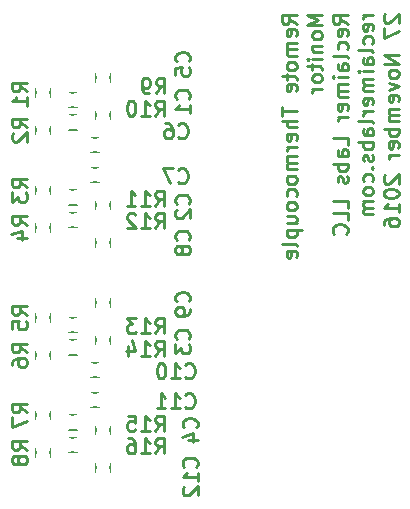
<source format=gbo>
G04 #@! TF.FileFunction,Legend,Bot*
%FSLAX46Y46*%
G04 Gerber Fmt 4.6, Leading zero omitted, Abs format (unit mm)*
G04 Created by KiCad (PCBNEW 4.0.4-stable) date Sunday, November 27, 2016 'PMt' 03:20:47 PM*
%MOMM*%
%LPD*%
G01*
G04 APERTURE LIST*
%ADD10C,0.100000*%
%ADD11C,0.254000*%
%ADD12C,0.150000*%
%ADD13O,2.400000X1.600000*%
%ADD14R,1.150000X1.200000*%
%ADD15R,1.200000X1.150000*%
%ADD16R,2.650000X2.650000*%
%ADD17C,2.650000*%
%ADD18C,7.400000*%
%ADD19C,1.000000*%
%ADD20C,2.300000*%
%ADD21R,2.300000X2.300000*%
G04 APERTURE END LIST*
D10*
D11*
X29276524Y47866905D02*
X28671762Y48290238D01*
X29276524Y48592619D02*
X28006524Y48592619D01*
X28006524Y48108810D01*
X28067000Y47987857D01*
X28127476Y47927381D01*
X28248429Y47866905D01*
X28429857Y47866905D01*
X28550810Y47927381D01*
X28611286Y47987857D01*
X28671762Y48108810D01*
X28671762Y48592619D01*
X29216048Y46838810D02*
X29276524Y46959762D01*
X29276524Y47201667D01*
X29216048Y47322619D01*
X29095095Y47383095D01*
X28611286Y47383095D01*
X28490333Y47322619D01*
X28429857Y47201667D01*
X28429857Y46959762D01*
X28490333Y46838810D01*
X28611286Y46778333D01*
X28732238Y46778333D01*
X28853190Y47383095D01*
X29276524Y46234048D02*
X28429857Y46234048D01*
X28550810Y46234048D02*
X28490333Y46173572D01*
X28429857Y46052619D01*
X28429857Y45871191D01*
X28490333Y45750239D01*
X28611286Y45689762D01*
X29276524Y45689762D01*
X28611286Y45689762D02*
X28490333Y45629286D01*
X28429857Y45508334D01*
X28429857Y45326905D01*
X28490333Y45205953D01*
X28611286Y45145477D01*
X29276524Y45145477D01*
X29276524Y44359286D02*
X29216048Y44480239D01*
X29155571Y44540715D01*
X29034619Y44601191D01*
X28671762Y44601191D01*
X28550810Y44540715D01*
X28490333Y44480239D01*
X28429857Y44359286D01*
X28429857Y44177858D01*
X28490333Y44056906D01*
X28550810Y43996429D01*
X28671762Y43935953D01*
X29034619Y43935953D01*
X29155571Y43996429D01*
X29216048Y44056906D01*
X29276524Y44177858D01*
X29276524Y44359286D01*
X28429857Y43573096D02*
X28429857Y43089286D01*
X28006524Y43391667D02*
X29095095Y43391667D01*
X29216048Y43331191D01*
X29276524Y43210238D01*
X29276524Y43089286D01*
X29216048Y42182144D02*
X29276524Y42303096D01*
X29276524Y42545001D01*
X29216048Y42665953D01*
X29095095Y42726429D01*
X28611286Y42726429D01*
X28490333Y42665953D01*
X28429857Y42545001D01*
X28429857Y42303096D01*
X28490333Y42182144D01*
X28611286Y42121667D01*
X28732238Y42121667D01*
X28853190Y42726429D01*
X28006524Y40791192D02*
X28006524Y40065477D01*
X29276524Y40428334D02*
X28006524Y40428334D01*
X29276524Y39642144D02*
X28006524Y39642144D01*
X29276524Y39097858D02*
X28611286Y39097858D01*
X28490333Y39158335D01*
X28429857Y39279287D01*
X28429857Y39460715D01*
X28490333Y39581668D01*
X28550810Y39642144D01*
X29216048Y38009287D02*
X29276524Y38130239D01*
X29276524Y38372144D01*
X29216048Y38493096D01*
X29095095Y38553572D01*
X28611286Y38553572D01*
X28490333Y38493096D01*
X28429857Y38372144D01*
X28429857Y38130239D01*
X28490333Y38009287D01*
X28611286Y37948810D01*
X28732238Y37948810D01*
X28853190Y38553572D01*
X29276524Y37404525D02*
X28429857Y37404525D01*
X28671762Y37404525D02*
X28550810Y37344049D01*
X28490333Y37283573D01*
X28429857Y37162620D01*
X28429857Y37041668D01*
X29276524Y36618335D02*
X28429857Y36618335D01*
X28550810Y36618335D02*
X28490333Y36557859D01*
X28429857Y36436906D01*
X28429857Y36255478D01*
X28490333Y36134526D01*
X28611286Y36074049D01*
X29276524Y36074049D01*
X28611286Y36074049D02*
X28490333Y36013573D01*
X28429857Y35892621D01*
X28429857Y35711192D01*
X28490333Y35590240D01*
X28611286Y35529764D01*
X29276524Y35529764D01*
X29276524Y34743573D02*
X29216048Y34864526D01*
X29155571Y34925002D01*
X29034619Y34985478D01*
X28671762Y34985478D01*
X28550810Y34925002D01*
X28490333Y34864526D01*
X28429857Y34743573D01*
X28429857Y34562145D01*
X28490333Y34441193D01*
X28550810Y34380716D01*
X28671762Y34320240D01*
X29034619Y34320240D01*
X29155571Y34380716D01*
X29216048Y34441193D01*
X29276524Y34562145D01*
X29276524Y34743573D01*
X29216048Y33231668D02*
X29276524Y33352621D01*
X29276524Y33594525D01*
X29216048Y33715478D01*
X29155571Y33775954D01*
X29034619Y33836430D01*
X28671762Y33836430D01*
X28550810Y33775954D01*
X28490333Y33715478D01*
X28429857Y33594525D01*
X28429857Y33352621D01*
X28490333Y33231668D01*
X29276524Y32505954D02*
X29216048Y32626907D01*
X29155571Y32687383D01*
X29034619Y32747859D01*
X28671762Y32747859D01*
X28550810Y32687383D01*
X28490333Y32626907D01*
X28429857Y32505954D01*
X28429857Y32324526D01*
X28490333Y32203574D01*
X28550810Y32143097D01*
X28671762Y32082621D01*
X29034619Y32082621D01*
X29155571Y32143097D01*
X29216048Y32203574D01*
X29276524Y32324526D01*
X29276524Y32505954D01*
X28429857Y30994049D02*
X29276524Y30994049D01*
X28429857Y31538335D02*
X29095095Y31538335D01*
X29216048Y31477859D01*
X29276524Y31356906D01*
X29276524Y31175478D01*
X29216048Y31054526D01*
X29155571Y30994049D01*
X28429857Y30389287D02*
X29699857Y30389287D01*
X28490333Y30389287D02*
X28429857Y30268335D01*
X28429857Y30026430D01*
X28490333Y29905478D01*
X28550810Y29845001D01*
X28671762Y29784525D01*
X29034619Y29784525D01*
X29155571Y29845001D01*
X29216048Y29905478D01*
X29276524Y30026430D01*
X29276524Y30268335D01*
X29216048Y30389287D01*
X29276524Y29058810D02*
X29216048Y29179763D01*
X29095095Y29240239D01*
X28006524Y29240239D01*
X29216048Y28091192D02*
X29276524Y28212144D01*
X29276524Y28454049D01*
X29216048Y28575001D01*
X29095095Y28635477D01*
X28611286Y28635477D01*
X28490333Y28575001D01*
X28429857Y28454049D01*
X28429857Y28212144D01*
X28490333Y28091192D01*
X28611286Y28030715D01*
X28732238Y28030715D01*
X28853190Y28635477D01*
X31435524Y48592619D02*
X30165524Y48592619D01*
X31072667Y48169286D01*
X30165524Y47745952D01*
X31435524Y47745952D01*
X31435524Y46959761D02*
X31375048Y47080714D01*
X31314571Y47141190D01*
X31193619Y47201666D01*
X30830762Y47201666D01*
X30709810Y47141190D01*
X30649333Y47080714D01*
X30588857Y46959761D01*
X30588857Y46778333D01*
X30649333Y46657381D01*
X30709810Y46596904D01*
X30830762Y46536428D01*
X31193619Y46536428D01*
X31314571Y46596904D01*
X31375048Y46657381D01*
X31435524Y46778333D01*
X31435524Y46959761D01*
X30588857Y45992142D02*
X31435524Y45992142D01*
X30709810Y45992142D02*
X30649333Y45931666D01*
X30588857Y45810713D01*
X30588857Y45629285D01*
X30649333Y45508333D01*
X30770286Y45447856D01*
X31435524Y45447856D01*
X31435524Y44843094D02*
X30588857Y44843094D01*
X30165524Y44843094D02*
X30226000Y44903570D01*
X30286476Y44843094D01*
X30226000Y44782618D01*
X30165524Y44843094D01*
X30286476Y44843094D01*
X30588857Y44419761D02*
X30588857Y43935951D01*
X30165524Y44238332D02*
X31254095Y44238332D01*
X31375048Y44177856D01*
X31435524Y44056903D01*
X31435524Y43935951D01*
X31435524Y43331189D02*
X31375048Y43452142D01*
X31314571Y43512618D01*
X31193619Y43573094D01*
X30830762Y43573094D01*
X30709810Y43512618D01*
X30649333Y43452142D01*
X30588857Y43331189D01*
X30588857Y43149761D01*
X30649333Y43028809D01*
X30709810Y42968332D01*
X30830762Y42907856D01*
X31193619Y42907856D01*
X31314571Y42968332D01*
X31375048Y43028809D01*
X31435524Y43149761D01*
X31435524Y43331189D01*
X31435524Y42363570D02*
X30588857Y42363570D01*
X30830762Y42363570D02*
X30709810Y42303094D01*
X30649333Y42242618D01*
X30588857Y42121665D01*
X30588857Y42000713D01*
X33594524Y47866905D02*
X32989762Y48290238D01*
X33594524Y48592619D02*
X32324524Y48592619D01*
X32324524Y48108810D01*
X32385000Y47987857D01*
X32445476Y47927381D01*
X32566429Y47866905D01*
X32747857Y47866905D01*
X32868810Y47927381D01*
X32929286Y47987857D01*
X32989762Y48108810D01*
X32989762Y48592619D01*
X33534048Y46838810D02*
X33594524Y46959762D01*
X33594524Y47201667D01*
X33534048Y47322619D01*
X33413095Y47383095D01*
X32929286Y47383095D01*
X32808333Y47322619D01*
X32747857Y47201667D01*
X32747857Y46959762D01*
X32808333Y46838810D01*
X32929286Y46778333D01*
X33050238Y46778333D01*
X33171190Y47383095D01*
X33534048Y45689762D02*
X33594524Y45810715D01*
X33594524Y46052619D01*
X33534048Y46173572D01*
X33473571Y46234048D01*
X33352619Y46294524D01*
X32989762Y46294524D01*
X32868810Y46234048D01*
X32808333Y46173572D01*
X32747857Y46052619D01*
X32747857Y45810715D01*
X32808333Y45689762D01*
X33594524Y44964048D02*
X33534048Y45085001D01*
X33413095Y45145477D01*
X32324524Y45145477D01*
X33594524Y43935953D02*
X32929286Y43935953D01*
X32808333Y43996430D01*
X32747857Y44117382D01*
X32747857Y44359287D01*
X32808333Y44480239D01*
X33534048Y43935953D02*
X33594524Y44056906D01*
X33594524Y44359287D01*
X33534048Y44480239D01*
X33413095Y44540715D01*
X33292143Y44540715D01*
X33171190Y44480239D01*
X33110714Y44359287D01*
X33110714Y44056906D01*
X33050238Y43935953D01*
X33594524Y43331191D02*
X32747857Y43331191D01*
X32324524Y43331191D02*
X32385000Y43391667D01*
X32445476Y43331191D01*
X32385000Y43270715D01*
X32324524Y43331191D01*
X32445476Y43331191D01*
X33594524Y42726429D02*
X32747857Y42726429D01*
X32868810Y42726429D02*
X32808333Y42665953D01*
X32747857Y42545000D01*
X32747857Y42363572D01*
X32808333Y42242620D01*
X32929286Y42182143D01*
X33594524Y42182143D01*
X32929286Y42182143D02*
X32808333Y42121667D01*
X32747857Y42000715D01*
X32747857Y41819286D01*
X32808333Y41698334D01*
X32929286Y41637858D01*
X33594524Y41637858D01*
X33534048Y40549287D02*
X33594524Y40670239D01*
X33594524Y40912144D01*
X33534048Y41033096D01*
X33413095Y41093572D01*
X32929286Y41093572D01*
X32808333Y41033096D01*
X32747857Y40912144D01*
X32747857Y40670239D01*
X32808333Y40549287D01*
X32929286Y40488810D01*
X33050238Y40488810D01*
X33171190Y41093572D01*
X33594524Y39944525D02*
X32747857Y39944525D01*
X32989762Y39944525D02*
X32868810Y39884049D01*
X32808333Y39823573D01*
X32747857Y39702620D01*
X32747857Y39581668D01*
X33594524Y37585954D02*
X33594524Y38190716D01*
X32324524Y38190716D01*
X33594524Y36618335D02*
X32929286Y36618335D01*
X32808333Y36678812D01*
X32747857Y36799764D01*
X32747857Y37041669D01*
X32808333Y37162621D01*
X33534048Y36618335D02*
X33594524Y36739288D01*
X33594524Y37041669D01*
X33534048Y37162621D01*
X33413095Y37223097D01*
X33292143Y37223097D01*
X33171190Y37162621D01*
X33110714Y37041669D01*
X33110714Y36739288D01*
X33050238Y36618335D01*
X33594524Y36013573D02*
X32324524Y36013573D01*
X32808333Y36013573D02*
X32747857Y35892621D01*
X32747857Y35650716D01*
X32808333Y35529764D01*
X32868810Y35469287D01*
X32989762Y35408811D01*
X33352619Y35408811D01*
X33473571Y35469287D01*
X33534048Y35529764D01*
X33594524Y35650716D01*
X33594524Y35892621D01*
X33534048Y36013573D01*
X33534048Y34925001D02*
X33594524Y34804049D01*
X33594524Y34562144D01*
X33534048Y34441192D01*
X33413095Y34380716D01*
X33352619Y34380716D01*
X33231667Y34441192D01*
X33171190Y34562144D01*
X33171190Y34743573D01*
X33110714Y34864525D01*
X32989762Y34925001D01*
X32929286Y34925001D01*
X32808333Y34864525D01*
X32747857Y34743573D01*
X32747857Y34562144D01*
X32808333Y34441192D01*
X33594524Y32264049D02*
X33594524Y32868811D01*
X32324524Y32868811D01*
X33594524Y31235954D02*
X33594524Y31840716D01*
X32324524Y31840716D01*
X33473571Y30086907D02*
X33534048Y30147383D01*
X33594524Y30328812D01*
X33594524Y30449764D01*
X33534048Y30631192D01*
X33413095Y30752145D01*
X33292143Y30812621D01*
X33050238Y30873097D01*
X32868810Y30873097D01*
X32626905Y30812621D01*
X32505952Y30752145D01*
X32385000Y30631192D01*
X32324524Y30449764D01*
X32324524Y30328812D01*
X32385000Y30147383D01*
X32445476Y30086907D01*
X35753524Y48592619D02*
X34906857Y48592619D01*
X35148762Y48592619D02*
X35027810Y48532143D01*
X34967333Y48471667D01*
X34906857Y48350714D01*
X34906857Y48229762D01*
X35693048Y47322620D02*
X35753524Y47443572D01*
X35753524Y47685477D01*
X35693048Y47806429D01*
X35572095Y47866905D01*
X35088286Y47866905D01*
X34967333Y47806429D01*
X34906857Y47685477D01*
X34906857Y47443572D01*
X34967333Y47322620D01*
X35088286Y47262143D01*
X35209238Y47262143D01*
X35330190Y47866905D01*
X35693048Y46173572D02*
X35753524Y46294525D01*
X35753524Y46536429D01*
X35693048Y46657382D01*
X35632571Y46717858D01*
X35511619Y46778334D01*
X35148762Y46778334D01*
X35027810Y46717858D01*
X34967333Y46657382D01*
X34906857Y46536429D01*
X34906857Y46294525D01*
X34967333Y46173572D01*
X35753524Y45447858D02*
X35693048Y45568811D01*
X35572095Y45629287D01*
X34483524Y45629287D01*
X35753524Y44419763D02*
X35088286Y44419763D01*
X34967333Y44480240D01*
X34906857Y44601192D01*
X34906857Y44843097D01*
X34967333Y44964049D01*
X35693048Y44419763D02*
X35753524Y44540716D01*
X35753524Y44843097D01*
X35693048Y44964049D01*
X35572095Y45024525D01*
X35451143Y45024525D01*
X35330190Y44964049D01*
X35269714Y44843097D01*
X35269714Y44540716D01*
X35209238Y44419763D01*
X35753524Y43815001D02*
X34906857Y43815001D01*
X34483524Y43815001D02*
X34544000Y43875477D01*
X34604476Y43815001D01*
X34544000Y43754525D01*
X34483524Y43815001D01*
X34604476Y43815001D01*
X35753524Y43210239D02*
X34906857Y43210239D01*
X35027810Y43210239D02*
X34967333Y43149763D01*
X34906857Y43028810D01*
X34906857Y42847382D01*
X34967333Y42726430D01*
X35088286Y42665953D01*
X35753524Y42665953D01*
X35088286Y42665953D02*
X34967333Y42605477D01*
X34906857Y42484525D01*
X34906857Y42303096D01*
X34967333Y42182144D01*
X35088286Y42121668D01*
X35753524Y42121668D01*
X35693048Y41033097D02*
X35753524Y41154049D01*
X35753524Y41395954D01*
X35693048Y41516906D01*
X35572095Y41577382D01*
X35088286Y41577382D01*
X34967333Y41516906D01*
X34906857Y41395954D01*
X34906857Y41154049D01*
X34967333Y41033097D01*
X35088286Y40972620D01*
X35209238Y40972620D01*
X35330190Y41577382D01*
X35753524Y40428335D02*
X34906857Y40428335D01*
X35148762Y40428335D02*
X35027810Y40367859D01*
X34967333Y40307383D01*
X34906857Y40186430D01*
X34906857Y40065478D01*
X35753524Y39460716D02*
X35693048Y39581669D01*
X35572095Y39642145D01*
X34483524Y39642145D01*
X35753524Y38432621D02*
X35088286Y38432621D01*
X34967333Y38493098D01*
X34906857Y38614050D01*
X34906857Y38855955D01*
X34967333Y38976907D01*
X35693048Y38432621D02*
X35753524Y38553574D01*
X35753524Y38855955D01*
X35693048Y38976907D01*
X35572095Y39037383D01*
X35451143Y39037383D01*
X35330190Y38976907D01*
X35269714Y38855955D01*
X35269714Y38553574D01*
X35209238Y38432621D01*
X35753524Y37827859D02*
X34483524Y37827859D01*
X34967333Y37827859D02*
X34906857Y37706907D01*
X34906857Y37465002D01*
X34967333Y37344050D01*
X35027810Y37283573D01*
X35148762Y37223097D01*
X35511619Y37223097D01*
X35632571Y37283573D01*
X35693048Y37344050D01*
X35753524Y37465002D01*
X35753524Y37706907D01*
X35693048Y37827859D01*
X35693048Y36739287D02*
X35753524Y36618335D01*
X35753524Y36376430D01*
X35693048Y36255478D01*
X35572095Y36195002D01*
X35511619Y36195002D01*
X35390667Y36255478D01*
X35330190Y36376430D01*
X35330190Y36557859D01*
X35269714Y36678811D01*
X35148762Y36739287D01*
X35088286Y36739287D01*
X34967333Y36678811D01*
X34906857Y36557859D01*
X34906857Y36376430D01*
X34967333Y36255478D01*
X35632571Y35650716D02*
X35693048Y35590240D01*
X35753524Y35650716D01*
X35693048Y35711192D01*
X35632571Y35650716D01*
X35753524Y35650716D01*
X35693048Y34501668D02*
X35753524Y34622621D01*
X35753524Y34864525D01*
X35693048Y34985478D01*
X35632571Y35045954D01*
X35511619Y35106430D01*
X35148762Y35106430D01*
X35027810Y35045954D01*
X34967333Y34985478D01*
X34906857Y34864525D01*
X34906857Y34622621D01*
X34967333Y34501668D01*
X35753524Y33775954D02*
X35693048Y33896907D01*
X35632571Y33957383D01*
X35511619Y34017859D01*
X35148762Y34017859D01*
X35027810Y33957383D01*
X34967333Y33896907D01*
X34906857Y33775954D01*
X34906857Y33594526D01*
X34967333Y33473574D01*
X35027810Y33413097D01*
X35148762Y33352621D01*
X35511619Y33352621D01*
X35632571Y33413097D01*
X35693048Y33473574D01*
X35753524Y33594526D01*
X35753524Y33775954D01*
X35753524Y32808335D02*
X34906857Y32808335D01*
X35027810Y32808335D02*
X34967333Y32747859D01*
X34906857Y32626906D01*
X34906857Y32445478D01*
X34967333Y32324526D01*
X35088286Y32264049D01*
X35753524Y32264049D01*
X35088286Y32264049D02*
X34967333Y32203573D01*
X34906857Y32082621D01*
X34906857Y31901192D01*
X34967333Y31780240D01*
X35088286Y31719764D01*
X35753524Y31719764D01*
X36763476Y48653095D02*
X36703000Y48592619D01*
X36642524Y48471667D01*
X36642524Y48169286D01*
X36703000Y48048333D01*
X36763476Y47987857D01*
X36884429Y47927381D01*
X37005381Y47927381D01*
X37186810Y47987857D01*
X37912524Y48713571D01*
X37912524Y47927381D01*
X36642524Y47504047D02*
X36642524Y46657381D01*
X37912524Y47201666D01*
X37912524Y45205952D02*
X36642524Y45205952D01*
X37912524Y44480238D01*
X36642524Y44480238D01*
X37912524Y43694047D02*
X37852048Y43815000D01*
X37791571Y43875476D01*
X37670619Y43935952D01*
X37307762Y43935952D01*
X37186810Y43875476D01*
X37126333Y43815000D01*
X37065857Y43694047D01*
X37065857Y43512619D01*
X37126333Y43391667D01*
X37186810Y43331190D01*
X37307762Y43270714D01*
X37670619Y43270714D01*
X37791571Y43331190D01*
X37852048Y43391667D01*
X37912524Y43512619D01*
X37912524Y43694047D01*
X37065857Y42847380D02*
X37912524Y42544999D01*
X37065857Y42242619D01*
X37852048Y41275000D02*
X37912524Y41395952D01*
X37912524Y41637857D01*
X37852048Y41758809D01*
X37731095Y41819285D01*
X37247286Y41819285D01*
X37126333Y41758809D01*
X37065857Y41637857D01*
X37065857Y41395952D01*
X37126333Y41275000D01*
X37247286Y41214523D01*
X37368238Y41214523D01*
X37489190Y41819285D01*
X37912524Y40670238D02*
X37065857Y40670238D01*
X37186810Y40670238D02*
X37126333Y40609762D01*
X37065857Y40488809D01*
X37065857Y40307381D01*
X37126333Y40186429D01*
X37247286Y40125952D01*
X37912524Y40125952D01*
X37247286Y40125952D02*
X37126333Y40065476D01*
X37065857Y39944524D01*
X37065857Y39763095D01*
X37126333Y39642143D01*
X37247286Y39581667D01*
X37912524Y39581667D01*
X37912524Y38976905D02*
X36642524Y38976905D01*
X37126333Y38976905D02*
X37065857Y38855953D01*
X37065857Y38614048D01*
X37126333Y38493096D01*
X37186810Y38432619D01*
X37307762Y38372143D01*
X37670619Y38372143D01*
X37791571Y38432619D01*
X37852048Y38493096D01*
X37912524Y38614048D01*
X37912524Y38855953D01*
X37852048Y38976905D01*
X37852048Y37344048D02*
X37912524Y37465000D01*
X37912524Y37706905D01*
X37852048Y37827857D01*
X37731095Y37888333D01*
X37247286Y37888333D01*
X37126333Y37827857D01*
X37065857Y37706905D01*
X37065857Y37465000D01*
X37126333Y37344048D01*
X37247286Y37283571D01*
X37368238Y37283571D01*
X37489190Y37888333D01*
X37912524Y36739286D02*
X37065857Y36739286D01*
X37307762Y36739286D02*
X37186810Y36678810D01*
X37126333Y36618334D01*
X37065857Y36497381D01*
X37065857Y36376429D01*
X36763476Y35045953D02*
X36703000Y34985477D01*
X36642524Y34864525D01*
X36642524Y34562144D01*
X36703000Y34441191D01*
X36763476Y34380715D01*
X36884429Y34320239D01*
X37005381Y34320239D01*
X37186810Y34380715D01*
X37912524Y35106429D01*
X37912524Y34320239D01*
X36642524Y33534048D02*
X36642524Y33413096D01*
X36703000Y33292144D01*
X36763476Y33231667D01*
X36884429Y33171191D01*
X37126333Y33110715D01*
X37428714Y33110715D01*
X37670619Y33171191D01*
X37791571Y33231667D01*
X37852048Y33292144D01*
X37912524Y33413096D01*
X37912524Y33534048D01*
X37852048Y33655001D01*
X37791571Y33715477D01*
X37670619Y33775953D01*
X37428714Y33836429D01*
X37126333Y33836429D01*
X36884429Y33775953D01*
X36763476Y33715477D01*
X36703000Y33655001D01*
X36642524Y33534048D01*
X37912524Y31901191D02*
X37912524Y32626905D01*
X37912524Y32264048D02*
X36642524Y32264048D01*
X36823952Y32385000D01*
X36944905Y32505953D01*
X37005381Y32626905D01*
X36642524Y30812619D02*
X36642524Y31054524D01*
X36703000Y31175476D01*
X36763476Y31235953D01*
X36944905Y31356905D01*
X37186810Y31417381D01*
X37670619Y31417381D01*
X37791571Y31356905D01*
X37852048Y31296429D01*
X37912524Y31175476D01*
X37912524Y30933572D01*
X37852048Y30812619D01*
X37791571Y30752143D01*
X37670619Y30691667D01*
X37368238Y30691667D01*
X37247286Y30752143D01*
X37186810Y30812619D01*
X37126333Y30933572D01*
X37126333Y31175476D01*
X37186810Y31296429D01*
X37247286Y31356905D01*
X37368238Y31417381D01*
D12*
X12255000Y40480000D02*
X12255000Y39780000D01*
X13455000Y39780000D02*
X13455000Y40480000D01*
X12255000Y32860000D02*
X12255000Y32160000D01*
X13455000Y32160000D02*
X13455000Y32860000D01*
X12255000Y21430000D02*
X12255000Y20730000D01*
X13455000Y20730000D02*
X13455000Y21430000D01*
X12255000Y13810000D02*
X12255000Y13110000D01*
X13455000Y13110000D02*
X13455000Y13810000D01*
X12255000Y43655000D02*
X12255000Y42955000D01*
X13455000Y42955000D02*
X13455000Y43655000D01*
X12570000Y38190000D02*
X11870000Y38190000D01*
X11870000Y36990000D02*
X12570000Y36990000D01*
X11870000Y34450000D02*
X12570000Y34450000D01*
X12570000Y35650000D02*
X11870000Y35650000D01*
X12255000Y29685000D02*
X12255000Y28985000D01*
X13455000Y28985000D02*
X13455000Y29685000D01*
X12255000Y24605000D02*
X12255000Y23905000D01*
X13455000Y23905000D02*
X13455000Y24605000D01*
X12570000Y19140000D02*
X11870000Y19140000D01*
X11870000Y17940000D02*
X12570000Y17940000D01*
X11870000Y15400000D02*
X12570000Y15400000D01*
X12570000Y16600000D02*
X11870000Y16600000D01*
X12255000Y10635000D02*
X12255000Y9935000D01*
X13455000Y9935000D02*
X13455000Y10635000D01*
X7175000Y42385000D02*
X7175000Y41685000D01*
X8375000Y41685000D02*
X8375000Y42385000D01*
X7175000Y39210000D02*
X7175000Y38510000D01*
X8375000Y38510000D02*
X8375000Y39210000D01*
X7175000Y34130000D02*
X7175000Y33430000D01*
X8375000Y33430000D02*
X8375000Y34130000D01*
X7175000Y30955000D02*
X7175000Y30255000D01*
X8375000Y30255000D02*
X8375000Y30955000D01*
X7175000Y23335000D02*
X7175000Y22635000D01*
X8375000Y22635000D02*
X8375000Y23335000D01*
X7175000Y20160000D02*
X7175000Y19460000D01*
X8375000Y19460000D02*
X8375000Y20160000D01*
X7175000Y15080000D02*
X7175000Y14380000D01*
X8375000Y14380000D02*
X8375000Y15080000D01*
X7175000Y11905000D02*
X7175000Y11205000D01*
X8375000Y11205000D02*
X8375000Y11905000D01*
X10665000Y42000000D02*
X9965000Y42000000D01*
X9965000Y40800000D02*
X10665000Y40800000D01*
X10665000Y40095000D02*
X9965000Y40095000D01*
X9965000Y38895000D02*
X10665000Y38895000D01*
X10665000Y33745000D02*
X9965000Y33745000D01*
X9965000Y32545000D02*
X10665000Y32545000D01*
X10665000Y31840000D02*
X9965000Y31840000D01*
X9965000Y30640000D02*
X10665000Y30640000D01*
X10665000Y22950000D02*
X9965000Y22950000D01*
X9965000Y21750000D02*
X10665000Y21750000D01*
X10665000Y21045000D02*
X9965000Y21045000D01*
X9965000Y19845000D02*
X10665000Y19845000D01*
X10665000Y14695000D02*
X9965000Y14695000D01*
X9965000Y13495000D02*
X10665000Y13495000D01*
X10665000Y12790000D02*
X9965000Y12790000D01*
X9965000Y11590000D02*
X10665000Y11590000D01*
D11*
X20138571Y41486667D02*
X20199048Y41547143D01*
X20259524Y41728572D01*
X20259524Y41849524D01*
X20199048Y42030952D01*
X20078095Y42151905D01*
X19957143Y42212381D01*
X19715238Y42272857D01*
X19533810Y42272857D01*
X19291905Y42212381D01*
X19170952Y42151905D01*
X19050000Y42030952D01*
X18989524Y41849524D01*
X18989524Y41728572D01*
X19050000Y41547143D01*
X19110476Y41486667D01*
X20259524Y40277143D02*
X20259524Y41002857D01*
X20259524Y40640000D02*
X18989524Y40640000D01*
X19170952Y40760952D01*
X19291905Y40881905D01*
X19352381Y41002857D01*
X20138571Y32596667D02*
X20199048Y32657143D01*
X20259524Y32838572D01*
X20259524Y32959524D01*
X20199048Y33140952D01*
X20078095Y33261905D01*
X19957143Y33322381D01*
X19715238Y33382857D01*
X19533810Y33382857D01*
X19291905Y33322381D01*
X19170952Y33261905D01*
X19050000Y33140952D01*
X18989524Y32959524D01*
X18989524Y32838572D01*
X19050000Y32657143D01*
X19110476Y32596667D01*
X19110476Y32112857D02*
X19050000Y32052381D01*
X18989524Y31931429D01*
X18989524Y31629048D01*
X19050000Y31508095D01*
X19110476Y31447619D01*
X19231429Y31387143D01*
X19352381Y31387143D01*
X19533810Y31447619D01*
X20259524Y32173333D01*
X20259524Y31387143D01*
X20138571Y21166667D02*
X20199048Y21227143D01*
X20259524Y21408572D01*
X20259524Y21529524D01*
X20199048Y21710952D01*
X20078095Y21831905D01*
X19957143Y21892381D01*
X19715238Y21952857D01*
X19533810Y21952857D01*
X19291905Y21892381D01*
X19170952Y21831905D01*
X19050000Y21710952D01*
X18989524Y21529524D01*
X18989524Y21408572D01*
X19050000Y21227143D01*
X19110476Y21166667D01*
X18989524Y20743333D02*
X18989524Y19957143D01*
X19473333Y20380476D01*
X19473333Y20199048D01*
X19533810Y20078095D01*
X19594286Y20017619D01*
X19715238Y19957143D01*
X20017619Y19957143D01*
X20138571Y20017619D01*
X20199048Y20078095D01*
X20259524Y20199048D01*
X20259524Y20561905D01*
X20199048Y20682857D01*
X20138571Y20743333D01*
X20773571Y13671667D02*
X20834048Y13732143D01*
X20894524Y13913572D01*
X20894524Y14034524D01*
X20834048Y14215952D01*
X20713095Y14336905D01*
X20592143Y14397381D01*
X20350238Y14457857D01*
X20168810Y14457857D01*
X19926905Y14397381D01*
X19805952Y14336905D01*
X19685000Y14215952D01*
X19624524Y14034524D01*
X19624524Y13913572D01*
X19685000Y13732143D01*
X19745476Y13671667D01*
X20047857Y12583095D02*
X20894524Y12583095D01*
X19564048Y12885476D02*
X20471190Y13187857D01*
X20471190Y12401667D01*
X20138571Y44661667D02*
X20199048Y44722143D01*
X20259524Y44903572D01*
X20259524Y45024524D01*
X20199048Y45205952D01*
X20078095Y45326905D01*
X19957143Y45387381D01*
X19715238Y45447857D01*
X19533810Y45447857D01*
X19291905Y45387381D01*
X19170952Y45326905D01*
X19050000Y45205952D01*
X18989524Y45024524D01*
X18989524Y44903572D01*
X19050000Y44722143D01*
X19110476Y44661667D01*
X18989524Y43512619D02*
X18989524Y44117381D01*
X19594286Y44177857D01*
X19533810Y44117381D01*
X19473333Y43996429D01*
X19473333Y43694048D01*
X19533810Y43573095D01*
X19594286Y43512619D01*
X19715238Y43452143D01*
X20017619Y43452143D01*
X20138571Y43512619D01*
X20199048Y43573095D01*
X20259524Y43694048D01*
X20259524Y43996429D01*
X20199048Y44117381D01*
X20138571Y44177857D01*
X19261667Y38281429D02*
X19322143Y38220952D01*
X19503572Y38160476D01*
X19624524Y38160476D01*
X19805952Y38220952D01*
X19926905Y38341905D01*
X19987381Y38462857D01*
X20047857Y38704762D01*
X20047857Y38886190D01*
X19987381Y39128095D01*
X19926905Y39249048D01*
X19805952Y39370000D01*
X19624524Y39430476D01*
X19503572Y39430476D01*
X19322143Y39370000D01*
X19261667Y39309524D01*
X18173095Y39430476D02*
X18415000Y39430476D01*
X18535952Y39370000D01*
X18596429Y39309524D01*
X18717381Y39128095D01*
X18777857Y38886190D01*
X18777857Y38402381D01*
X18717381Y38281429D01*
X18656905Y38220952D01*
X18535952Y38160476D01*
X18294048Y38160476D01*
X18173095Y38220952D01*
X18112619Y38281429D01*
X18052143Y38402381D01*
X18052143Y38704762D01*
X18112619Y38825714D01*
X18173095Y38886190D01*
X18294048Y38946667D01*
X18535952Y38946667D01*
X18656905Y38886190D01*
X18717381Y38825714D01*
X18777857Y38704762D01*
X19261667Y34471429D02*
X19322143Y34410952D01*
X19503572Y34350476D01*
X19624524Y34350476D01*
X19805952Y34410952D01*
X19926905Y34531905D01*
X19987381Y34652857D01*
X20047857Y34894762D01*
X20047857Y35076190D01*
X19987381Y35318095D01*
X19926905Y35439048D01*
X19805952Y35560000D01*
X19624524Y35620476D01*
X19503572Y35620476D01*
X19322143Y35560000D01*
X19261667Y35499524D01*
X18838333Y35620476D02*
X17991667Y35620476D01*
X18535952Y34350476D01*
X20138571Y29546667D02*
X20199048Y29607143D01*
X20259524Y29788572D01*
X20259524Y29909524D01*
X20199048Y30090952D01*
X20078095Y30211905D01*
X19957143Y30272381D01*
X19715238Y30332857D01*
X19533810Y30332857D01*
X19291905Y30272381D01*
X19170952Y30211905D01*
X19050000Y30090952D01*
X18989524Y29909524D01*
X18989524Y29788572D01*
X19050000Y29607143D01*
X19110476Y29546667D01*
X19533810Y28820952D02*
X19473333Y28941905D01*
X19412857Y29002381D01*
X19291905Y29062857D01*
X19231429Y29062857D01*
X19110476Y29002381D01*
X19050000Y28941905D01*
X18989524Y28820952D01*
X18989524Y28579048D01*
X19050000Y28458095D01*
X19110476Y28397619D01*
X19231429Y28337143D01*
X19291905Y28337143D01*
X19412857Y28397619D01*
X19473333Y28458095D01*
X19533810Y28579048D01*
X19533810Y28820952D01*
X19594286Y28941905D01*
X19654762Y29002381D01*
X19775714Y29062857D01*
X20017619Y29062857D01*
X20138571Y29002381D01*
X20199048Y28941905D01*
X20259524Y28820952D01*
X20259524Y28579048D01*
X20199048Y28458095D01*
X20138571Y28397619D01*
X20017619Y28337143D01*
X19775714Y28337143D01*
X19654762Y28397619D01*
X19594286Y28458095D01*
X19533810Y28579048D01*
X20138571Y24341667D02*
X20199048Y24402143D01*
X20259524Y24583572D01*
X20259524Y24704524D01*
X20199048Y24885952D01*
X20078095Y25006905D01*
X19957143Y25067381D01*
X19715238Y25127857D01*
X19533810Y25127857D01*
X19291905Y25067381D01*
X19170952Y25006905D01*
X19050000Y24885952D01*
X18989524Y24704524D01*
X18989524Y24583572D01*
X19050000Y24402143D01*
X19110476Y24341667D01*
X20259524Y23736905D02*
X20259524Y23495000D01*
X20199048Y23374048D01*
X20138571Y23313572D01*
X19957143Y23192619D01*
X19715238Y23132143D01*
X19231429Y23132143D01*
X19110476Y23192619D01*
X19050000Y23253095D01*
X18989524Y23374048D01*
X18989524Y23615952D01*
X19050000Y23736905D01*
X19110476Y23797381D01*
X19231429Y23857857D01*
X19533810Y23857857D01*
X19654762Y23797381D01*
X19715238Y23736905D01*
X19775714Y23615952D01*
X19775714Y23374048D01*
X19715238Y23253095D01*
X19654762Y23192619D01*
X19533810Y23132143D01*
X19866429Y17961429D02*
X19926905Y17900952D01*
X20108334Y17840476D01*
X20229286Y17840476D01*
X20410714Y17900952D01*
X20531667Y18021905D01*
X20592143Y18142857D01*
X20652619Y18384762D01*
X20652619Y18566190D01*
X20592143Y18808095D01*
X20531667Y18929048D01*
X20410714Y19050000D01*
X20229286Y19110476D01*
X20108334Y19110476D01*
X19926905Y19050000D01*
X19866429Y18989524D01*
X18656905Y17840476D02*
X19382619Y17840476D01*
X19019762Y17840476D02*
X19019762Y19110476D01*
X19140714Y18929048D01*
X19261667Y18808095D01*
X19382619Y18747619D01*
X17870714Y19110476D02*
X17749762Y19110476D01*
X17628810Y19050000D01*
X17568333Y18989524D01*
X17507857Y18868571D01*
X17447381Y18626667D01*
X17447381Y18324286D01*
X17507857Y18082381D01*
X17568333Y17961429D01*
X17628810Y17900952D01*
X17749762Y17840476D01*
X17870714Y17840476D01*
X17991667Y17900952D01*
X18052143Y17961429D01*
X18112619Y18082381D01*
X18173095Y18324286D01*
X18173095Y18626667D01*
X18112619Y18868571D01*
X18052143Y18989524D01*
X17991667Y19050000D01*
X17870714Y19110476D01*
X19866429Y15421429D02*
X19926905Y15360952D01*
X20108334Y15300476D01*
X20229286Y15300476D01*
X20410714Y15360952D01*
X20531667Y15481905D01*
X20592143Y15602857D01*
X20652619Y15844762D01*
X20652619Y16026190D01*
X20592143Y16268095D01*
X20531667Y16389048D01*
X20410714Y16510000D01*
X20229286Y16570476D01*
X20108334Y16570476D01*
X19926905Y16510000D01*
X19866429Y16449524D01*
X18656905Y15300476D02*
X19382619Y15300476D01*
X19019762Y15300476D02*
X19019762Y16570476D01*
X19140714Y16389048D01*
X19261667Y16268095D01*
X19382619Y16207619D01*
X17447381Y15300476D02*
X18173095Y15300476D01*
X17810238Y15300476D02*
X17810238Y16570476D01*
X17931190Y16389048D01*
X18052143Y16268095D01*
X18173095Y16207619D01*
X20773571Y10341429D02*
X20834048Y10401905D01*
X20894524Y10583334D01*
X20894524Y10704286D01*
X20834048Y10885714D01*
X20713095Y11006667D01*
X20592143Y11067143D01*
X20350238Y11127619D01*
X20168810Y11127619D01*
X19926905Y11067143D01*
X19805952Y11006667D01*
X19685000Y10885714D01*
X19624524Y10704286D01*
X19624524Y10583334D01*
X19685000Y10401905D01*
X19745476Y10341429D01*
X20894524Y9131905D02*
X20894524Y9857619D01*
X20894524Y9494762D02*
X19624524Y9494762D01*
X19805952Y9615714D01*
X19926905Y9736667D01*
X19987381Y9857619D01*
X19745476Y8648095D02*
X19685000Y8587619D01*
X19624524Y8466667D01*
X19624524Y8164286D01*
X19685000Y8043333D01*
X19745476Y7982857D01*
X19866429Y7922381D01*
X19987381Y7922381D01*
X20168810Y7982857D01*
X20894524Y8708571D01*
X20894524Y7922381D01*
X6449524Y42121667D02*
X5844762Y42545000D01*
X6449524Y42847381D02*
X5179524Y42847381D01*
X5179524Y42363572D01*
X5240000Y42242619D01*
X5300476Y42182143D01*
X5421429Y42121667D01*
X5602857Y42121667D01*
X5723810Y42182143D01*
X5784286Y42242619D01*
X5844762Y42363572D01*
X5844762Y42847381D01*
X6449524Y40912143D02*
X6449524Y41637857D01*
X6449524Y41275000D02*
X5179524Y41275000D01*
X5360952Y41395952D01*
X5481905Y41516905D01*
X5542381Y41637857D01*
X6449524Y39071667D02*
X5844762Y39495000D01*
X6449524Y39797381D02*
X5179524Y39797381D01*
X5179524Y39313572D01*
X5240000Y39192619D01*
X5300476Y39132143D01*
X5421429Y39071667D01*
X5602857Y39071667D01*
X5723810Y39132143D01*
X5784286Y39192619D01*
X5844762Y39313572D01*
X5844762Y39797381D01*
X5300476Y38587857D02*
X5240000Y38527381D01*
X5179524Y38406429D01*
X5179524Y38104048D01*
X5240000Y37983095D01*
X5300476Y37922619D01*
X5421429Y37862143D01*
X5542381Y37862143D01*
X5723810Y37922619D01*
X6449524Y38648333D01*
X6449524Y37862143D01*
X6449524Y33991667D02*
X5844762Y34415000D01*
X6449524Y34717381D02*
X5179524Y34717381D01*
X5179524Y34233572D01*
X5240000Y34112619D01*
X5300476Y34052143D01*
X5421429Y33991667D01*
X5602857Y33991667D01*
X5723810Y34052143D01*
X5784286Y34112619D01*
X5844762Y34233572D01*
X5844762Y34717381D01*
X5179524Y33568333D02*
X5179524Y32782143D01*
X5663333Y33205476D01*
X5663333Y33024048D01*
X5723810Y32903095D01*
X5784286Y32842619D01*
X5905238Y32782143D01*
X6207619Y32782143D01*
X6328571Y32842619D01*
X6389048Y32903095D01*
X6449524Y33024048D01*
X6449524Y33386905D01*
X6389048Y33507857D01*
X6328571Y33568333D01*
X6449524Y30816667D02*
X5844762Y31240000D01*
X6449524Y31542381D02*
X5179524Y31542381D01*
X5179524Y31058572D01*
X5240000Y30937619D01*
X5300476Y30877143D01*
X5421429Y30816667D01*
X5602857Y30816667D01*
X5723810Y30877143D01*
X5784286Y30937619D01*
X5844762Y31058572D01*
X5844762Y31542381D01*
X5602857Y29728095D02*
X6449524Y29728095D01*
X5119048Y30030476D02*
X6026190Y30332857D01*
X6026190Y29546667D01*
X6449524Y23196667D02*
X5844762Y23620000D01*
X6449524Y23922381D02*
X5179524Y23922381D01*
X5179524Y23438572D01*
X5240000Y23317619D01*
X5300476Y23257143D01*
X5421429Y23196667D01*
X5602857Y23196667D01*
X5723810Y23257143D01*
X5784286Y23317619D01*
X5844762Y23438572D01*
X5844762Y23922381D01*
X5179524Y22047619D02*
X5179524Y22652381D01*
X5784286Y22712857D01*
X5723810Y22652381D01*
X5663333Y22531429D01*
X5663333Y22229048D01*
X5723810Y22108095D01*
X5784286Y22047619D01*
X5905238Y21987143D01*
X6207619Y21987143D01*
X6328571Y22047619D01*
X6389048Y22108095D01*
X6449524Y22229048D01*
X6449524Y22531429D01*
X6389048Y22652381D01*
X6328571Y22712857D01*
X6449524Y20021667D02*
X5844762Y20445000D01*
X6449524Y20747381D02*
X5179524Y20747381D01*
X5179524Y20263572D01*
X5240000Y20142619D01*
X5300476Y20082143D01*
X5421429Y20021667D01*
X5602857Y20021667D01*
X5723810Y20082143D01*
X5784286Y20142619D01*
X5844762Y20263572D01*
X5844762Y20747381D01*
X5179524Y18933095D02*
X5179524Y19175000D01*
X5240000Y19295952D01*
X5300476Y19356429D01*
X5481905Y19477381D01*
X5723810Y19537857D01*
X6207619Y19537857D01*
X6328571Y19477381D01*
X6389048Y19416905D01*
X6449524Y19295952D01*
X6449524Y19054048D01*
X6389048Y18933095D01*
X6328571Y18872619D01*
X6207619Y18812143D01*
X5905238Y18812143D01*
X5784286Y18872619D01*
X5723810Y18933095D01*
X5663333Y19054048D01*
X5663333Y19295952D01*
X5723810Y19416905D01*
X5784286Y19477381D01*
X5905238Y19537857D01*
X6449524Y14941667D02*
X5844762Y15365000D01*
X6449524Y15667381D02*
X5179524Y15667381D01*
X5179524Y15183572D01*
X5240000Y15062619D01*
X5300476Y15002143D01*
X5421429Y14941667D01*
X5602857Y14941667D01*
X5723810Y15002143D01*
X5784286Y15062619D01*
X5844762Y15183572D01*
X5844762Y15667381D01*
X5179524Y14518333D02*
X5179524Y13671667D01*
X6449524Y14215952D01*
X6449524Y11766667D02*
X5844762Y12190000D01*
X6449524Y12492381D02*
X5179524Y12492381D01*
X5179524Y12008572D01*
X5240000Y11887619D01*
X5300476Y11827143D01*
X5421429Y11766667D01*
X5602857Y11766667D01*
X5723810Y11827143D01*
X5784286Y11887619D01*
X5844762Y12008572D01*
X5844762Y12492381D01*
X5723810Y11040952D02*
X5663333Y11161905D01*
X5602857Y11222381D01*
X5481905Y11282857D01*
X5421429Y11282857D01*
X5300476Y11222381D01*
X5240000Y11161905D01*
X5179524Y11040952D01*
X5179524Y10799048D01*
X5240000Y10678095D01*
X5300476Y10617619D01*
X5421429Y10557143D01*
X5481905Y10557143D01*
X5602857Y10617619D01*
X5663333Y10678095D01*
X5723810Y10799048D01*
X5723810Y11040952D01*
X5784286Y11161905D01*
X5844762Y11222381D01*
X5965714Y11282857D01*
X6207619Y11282857D01*
X6328571Y11222381D01*
X6389048Y11161905D01*
X6449524Y11040952D01*
X6449524Y10799048D01*
X6389048Y10678095D01*
X6328571Y10617619D01*
X6207619Y10557143D01*
X5965714Y10557143D01*
X5844762Y10617619D01*
X5784286Y10678095D01*
X5723810Y10799048D01*
X17356667Y41970476D02*
X17780000Y42575238D01*
X18082381Y41970476D02*
X18082381Y43240476D01*
X17598572Y43240476D01*
X17477619Y43180000D01*
X17417143Y43119524D01*
X17356667Y42998571D01*
X17356667Y42817143D01*
X17417143Y42696190D01*
X17477619Y42635714D01*
X17598572Y42575238D01*
X18082381Y42575238D01*
X16751905Y41970476D02*
X16510000Y41970476D01*
X16389048Y42030952D01*
X16328572Y42091429D01*
X16207619Y42272857D01*
X16147143Y42514762D01*
X16147143Y42998571D01*
X16207619Y43119524D01*
X16268095Y43180000D01*
X16389048Y43240476D01*
X16630952Y43240476D01*
X16751905Y43180000D01*
X16812381Y43119524D01*
X16872857Y42998571D01*
X16872857Y42696190D01*
X16812381Y42575238D01*
X16751905Y42514762D01*
X16630952Y42454286D01*
X16389048Y42454286D01*
X16268095Y42514762D01*
X16207619Y42575238D01*
X16147143Y42696190D01*
X17326429Y40065476D02*
X17749762Y40670238D01*
X18052143Y40065476D02*
X18052143Y41335476D01*
X17568334Y41335476D01*
X17447381Y41275000D01*
X17386905Y41214524D01*
X17326429Y41093571D01*
X17326429Y40912143D01*
X17386905Y40791190D01*
X17447381Y40730714D01*
X17568334Y40670238D01*
X18052143Y40670238D01*
X16116905Y40065476D02*
X16842619Y40065476D01*
X16479762Y40065476D02*
X16479762Y41335476D01*
X16600714Y41154048D01*
X16721667Y41033095D01*
X16842619Y40972619D01*
X15330714Y41335476D02*
X15209762Y41335476D01*
X15088810Y41275000D01*
X15028333Y41214524D01*
X14967857Y41093571D01*
X14907381Y40851667D01*
X14907381Y40549286D01*
X14967857Y40307381D01*
X15028333Y40186429D01*
X15088810Y40125952D01*
X15209762Y40065476D01*
X15330714Y40065476D01*
X15451667Y40125952D01*
X15512143Y40186429D01*
X15572619Y40307381D01*
X15633095Y40549286D01*
X15633095Y40851667D01*
X15572619Y41093571D01*
X15512143Y41214524D01*
X15451667Y41275000D01*
X15330714Y41335476D01*
X17326429Y32445476D02*
X17749762Y33050238D01*
X18052143Y32445476D02*
X18052143Y33715476D01*
X17568334Y33715476D01*
X17447381Y33655000D01*
X17386905Y33594524D01*
X17326429Y33473571D01*
X17326429Y33292143D01*
X17386905Y33171190D01*
X17447381Y33110714D01*
X17568334Y33050238D01*
X18052143Y33050238D01*
X16116905Y32445476D02*
X16842619Y32445476D01*
X16479762Y32445476D02*
X16479762Y33715476D01*
X16600714Y33534048D01*
X16721667Y33413095D01*
X16842619Y33352619D01*
X14907381Y32445476D02*
X15633095Y32445476D01*
X15270238Y32445476D02*
X15270238Y33715476D01*
X15391190Y33534048D01*
X15512143Y33413095D01*
X15633095Y33352619D01*
X17326429Y30540476D02*
X17749762Y31145238D01*
X18052143Y30540476D02*
X18052143Y31810476D01*
X17568334Y31810476D01*
X17447381Y31750000D01*
X17386905Y31689524D01*
X17326429Y31568571D01*
X17326429Y31387143D01*
X17386905Y31266190D01*
X17447381Y31205714D01*
X17568334Y31145238D01*
X18052143Y31145238D01*
X16116905Y30540476D02*
X16842619Y30540476D01*
X16479762Y30540476D02*
X16479762Y31810476D01*
X16600714Y31629048D01*
X16721667Y31508095D01*
X16842619Y31447619D01*
X15633095Y31689524D02*
X15572619Y31750000D01*
X15451667Y31810476D01*
X15149286Y31810476D01*
X15028333Y31750000D01*
X14967857Y31689524D01*
X14907381Y31568571D01*
X14907381Y31447619D01*
X14967857Y31266190D01*
X15693571Y30540476D01*
X14907381Y30540476D01*
X17326429Y21650476D02*
X17749762Y22255238D01*
X18052143Y21650476D02*
X18052143Y22920476D01*
X17568334Y22920476D01*
X17447381Y22860000D01*
X17386905Y22799524D01*
X17326429Y22678571D01*
X17326429Y22497143D01*
X17386905Y22376190D01*
X17447381Y22315714D01*
X17568334Y22255238D01*
X18052143Y22255238D01*
X16116905Y21650476D02*
X16842619Y21650476D01*
X16479762Y21650476D02*
X16479762Y22920476D01*
X16600714Y22739048D01*
X16721667Y22618095D01*
X16842619Y22557619D01*
X15693571Y22920476D02*
X14907381Y22920476D01*
X15330714Y22436667D01*
X15149286Y22436667D01*
X15028333Y22376190D01*
X14967857Y22315714D01*
X14907381Y22194762D01*
X14907381Y21892381D01*
X14967857Y21771429D01*
X15028333Y21710952D01*
X15149286Y21650476D01*
X15512143Y21650476D01*
X15633095Y21710952D01*
X15693571Y21771429D01*
X17326429Y19745476D02*
X17749762Y20350238D01*
X18052143Y19745476D02*
X18052143Y21015476D01*
X17568334Y21015476D01*
X17447381Y20955000D01*
X17386905Y20894524D01*
X17326429Y20773571D01*
X17326429Y20592143D01*
X17386905Y20471190D01*
X17447381Y20410714D01*
X17568334Y20350238D01*
X18052143Y20350238D01*
X16116905Y19745476D02*
X16842619Y19745476D01*
X16479762Y19745476D02*
X16479762Y21015476D01*
X16600714Y20834048D01*
X16721667Y20713095D01*
X16842619Y20652619D01*
X15028333Y20592143D02*
X15028333Y19745476D01*
X15330714Y21075952D02*
X15633095Y20168810D01*
X14846905Y20168810D01*
X17326429Y13395476D02*
X17749762Y14000238D01*
X18052143Y13395476D02*
X18052143Y14665476D01*
X17568334Y14665476D01*
X17447381Y14605000D01*
X17386905Y14544524D01*
X17326429Y14423571D01*
X17326429Y14242143D01*
X17386905Y14121190D01*
X17447381Y14060714D01*
X17568334Y14000238D01*
X18052143Y14000238D01*
X16116905Y13395476D02*
X16842619Y13395476D01*
X16479762Y13395476D02*
X16479762Y14665476D01*
X16600714Y14484048D01*
X16721667Y14363095D01*
X16842619Y14302619D01*
X14967857Y14665476D02*
X15572619Y14665476D01*
X15633095Y14060714D01*
X15572619Y14121190D01*
X15451667Y14181667D01*
X15149286Y14181667D01*
X15028333Y14121190D01*
X14967857Y14060714D01*
X14907381Y13939762D01*
X14907381Y13637381D01*
X14967857Y13516429D01*
X15028333Y13455952D01*
X15149286Y13395476D01*
X15451667Y13395476D01*
X15572619Y13455952D01*
X15633095Y13516429D01*
X17326429Y11490476D02*
X17749762Y12095238D01*
X18052143Y11490476D02*
X18052143Y12760476D01*
X17568334Y12760476D01*
X17447381Y12700000D01*
X17386905Y12639524D01*
X17326429Y12518571D01*
X17326429Y12337143D01*
X17386905Y12216190D01*
X17447381Y12155714D01*
X17568334Y12095238D01*
X18052143Y12095238D01*
X16116905Y11490476D02*
X16842619Y11490476D01*
X16479762Y11490476D02*
X16479762Y12760476D01*
X16600714Y12579048D01*
X16721667Y12458095D01*
X16842619Y12397619D01*
X15028333Y12760476D02*
X15270238Y12760476D01*
X15391190Y12700000D01*
X15451667Y12639524D01*
X15572619Y12458095D01*
X15633095Y12216190D01*
X15633095Y11732381D01*
X15572619Y11611429D01*
X15512143Y11550952D01*
X15391190Y11490476D01*
X15149286Y11490476D01*
X15028333Y11550952D01*
X14967857Y11611429D01*
X14907381Y11732381D01*
X14907381Y12034762D01*
X14967857Y12155714D01*
X15028333Y12216190D01*
X15149286Y12276667D01*
X15391190Y12276667D01*
X15512143Y12216190D01*
X15572619Y12155714D01*
X15633095Y12034762D01*
%LPC*%
D10*
G36*
X27628869Y18108229D02*
X27671484Y18012669D01*
X27714099Y17917108D01*
X29193369Y16575981D01*
X30672639Y15234854D01*
X30763434Y15199157D01*
X30854229Y15163460D01*
X32973542Y15163793D01*
X35092854Y15164126D01*
X35178879Y15197548D01*
X35207606Y15208923D01*
X35233300Y15219497D01*
X35254150Y15228494D01*
X35268344Y15235136D01*
X35273655Y15238204D01*
X35278202Y15242208D01*
X35290382Y15253003D01*
X35309922Y15270345D01*
X35336548Y15293990D01*
X35369987Y15323696D01*
X35409963Y15359219D01*
X35456205Y15400315D01*
X35508437Y15446740D01*
X35566386Y15498253D01*
X35629779Y15554608D01*
X35698340Y15615563D01*
X35771798Y15680874D01*
X35849876Y15750297D01*
X35932303Y15823590D01*
X36018804Y15900509D01*
X36109105Y15980810D01*
X36202933Y16064249D01*
X36300013Y16150584D01*
X36400072Y16239572D01*
X36502836Y16330967D01*
X36608031Y16424528D01*
X36715383Y16520010D01*
X36783068Y16580212D01*
X38283729Y17914987D01*
X38327386Y18011566D01*
X38371042Y18108146D01*
X38370783Y20010542D01*
X38370525Y21912938D01*
X38327127Y22008718D01*
X38283729Y22104499D01*
X36774834Y23436848D01*
X35265939Y24769196D01*
X35177102Y24802890D01*
X35088266Y24836584D01*
X34603727Y24836403D01*
X34119188Y24836222D01*
X34005558Y24771246D01*
X33891929Y24706270D01*
X33697748Y24381166D01*
X33503566Y24056063D01*
X33484617Y23988839D01*
X33465667Y23921616D01*
X33465741Y23031048D01*
X33465816Y22140479D01*
X33486265Y22071688D01*
X33506714Y22002896D01*
X34495942Y20431271D01*
X34570427Y20312933D01*
X34643531Y20196791D01*
X34715049Y20083171D01*
X34784774Y19972398D01*
X34852502Y19864800D01*
X34918028Y19760701D01*
X34981145Y19660429D01*
X35041650Y19564309D01*
X35099336Y19472667D01*
X35153998Y19385831D01*
X35205431Y19304125D01*
X35253429Y19227875D01*
X35297788Y19157409D01*
X35338302Y19093052D01*
X35374765Y19035130D01*
X35406973Y18983970D01*
X35434721Y18939897D01*
X35457802Y18903238D01*
X35476011Y18874319D01*
X35489144Y18853465D01*
X35496995Y18841004D01*
X35499274Y18837390D01*
X35513379Y18815135D01*
X34909634Y18243401D01*
X34305890Y17671667D01*
X32970877Y17671667D01*
X31635864Y17671667D01*
X31057192Y18219922D01*
X30990717Y18282909D01*
X30926097Y18344145D01*
X30863775Y18403214D01*
X30804192Y18459695D01*
X30747789Y18513171D01*
X30695010Y18563221D01*
X30646294Y18609427D01*
X30602084Y18651370D01*
X30562821Y18688631D01*
X30528947Y18720792D01*
X30500904Y18747432D01*
X30479133Y18768134D01*
X30464075Y18782479D01*
X30456173Y18790047D01*
X30455499Y18790701D01*
X30432478Y18813224D01*
X31462401Y20407620D01*
X32492324Y22002015D01*
X32513329Y22072229D01*
X32534333Y22142444D01*
X32534333Y23031396D01*
X32534333Y23920348D01*
X32511440Y23994014D01*
X32488546Y24067681D01*
X32272180Y24384365D01*
X32236524Y24436502D01*
X32202406Y24486291D01*
X32170327Y24533007D01*
X32140787Y24575929D01*
X32114285Y24614332D01*
X32091320Y24647494D01*
X32072393Y24674691D01*
X32058004Y24695201D01*
X32048651Y24708299D01*
X32045043Y24713057D01*
X32037323Y24718964D01*
X32021702Y24728818D01*
X31999696Y24741740D01*
X31972820Y24756849D01*
X31942593Y24773265D01*
X31928438Y24780772D01*
X31822604Y24836477D01*
X31338417Y24836488D01*
X30854229Y24836499D01*
X30763215Y24800822D01*
X30672201Y24765146D01*
X29194236Y23434941D01*
X27716271Y22104735D01*
X27672789Y22008837D01*
X27629307Y21912938D01*
X27629088Y20010583D01*
X27628869Y18108229D01*
X27628869Y18108229D01*
X27628869Y18108229D01*
G37*
X27628869Y18108229D02*
X27671484Y18012669D01*
X27714099Y17917108D01*
X29193369Y16575981D01*
X30672639Y15234854D01*
X30763434Y15199157D01*
X30854229Y15163460D01*
X32973542Y15163793D01*
X35092854Y15164126D01*
X35178879Y15197548D01*
X35207606Y15208923D01*
X35233300Y15219497D01*
X35254150Y15228494D01*
X35268344Y15235136D01*
X35273655Y15238204D01*
X35278202Y15242208D01*
X35290382Y15253003D01*
X35309922Y15270345D01*
X35336548Y15293990D01*
X35369987Y15323696D01*
X35409963Y15359219D01*
X35456205Y15400315D01*
X35508437Y15446740D01*
X35566386Y15498253D01*
X35629779Y15554608D01*
X35698340Y15615563D01*
X35771798Y15680874D01*
X35849876Y15750297D01*
X35932303Y15823590D01*
X36018804Y15900509D01*
X36109105Y15980810D01*
X36202933Y16064249D01*
X36300013Y16150584D01*
X36400072Y16239572D01*
X36502836Y16330967D01*
X36608031Y16424528D01*
X36715383Y16520010D01*
X36783068Y16580212D01*
X38283729Y17914987D01*
X38327386Y18011566D01*
X38371042Y18108146D01*
X38370783Y20010542D01*
X38370525Y21912938D01*
X38327127Y22008718D01*
X38283729Y22104499D01*
X36774834Y23436848D01*
X35265939Y24769196D01*
X35177102Y24802890D01*
X35088266Y24836584D01*
X34603727Y24836403D01*
X34119188Y24836222D01*
X34005558Y24771246D01*
X33891929Y24706270D01*
X33697748Y24381166D01*
X33503566Y24056063D01*
X33484617Y23988839D01*
X33465667Y23921616D01*
X33465741Y23031048D01*
X33465816Y22140479D01*
X33486265Y22071688D01*
X33506714Y22002896D01*
X34495942Y20431271D01*
X34570427Y20312933D01*
X34643531Y20196791D01*
X34715049Y20083171D01*
X34784774Y19972398D01*
X34852502Y19864800D01*
X34918028Y19760701D01*
X34981145Y19660429D01*
X35041650Y19564309D01*
X35099336Y19472667D01*
X35153998Y19385831D01*
X35205431Y19304125D01*
X35253429Y19227875D01*
X35297788Y19157409D01*
X35338302Y19093052D01*
X35374765Y19035130D01*
X35406973Y18983970D01*
X35434721Y18939897D01*
X35457802Y18903238D01*
X35476011Y18874319D01*
X35489144Y18853465D01*
X35496995Y18841004D01*
X35499274Y18837390D01*
X35513379Y18815135D01*
X34909634Y18243401D01*
X34305890Y17671667D01*
X32970877Y17671667D01*
X31635864Y17671667D01*
X31057192Y18219922D01*
X30990717Y18282909D01*
X30926097Y18344145D01*
X30863775Y18403214D01*
X30804192Y18459695D01*
X30747789Y18513171D01*
X30695010Y18563221D01*
X30646294Y18609427D01*
X30602084Y18651370D01*
X30562821Y18688631D01*
X30528947Y18720792D01*
X30500904Y18747432D01*
X30479133Y18768134D01*
X30464075Y18782479D01*
X30456173Y18790047D01*
X30455499Y18790701D01*
X30432478Y18813224D01*
X31462401Y20407620D01*
X32492324Y22002015D01*
X32513329Y22072229D01*
X32534333Y22142444D01*
X32534333Y23031396D01*
X32534333Y23920348D01*
X32511440Y23994014D01*
X32488546Y24067681D01*
X32272180Y24384365D01*
X32236524Y24436502D01*
X32202406Y24486291D01*
X32170327Y24533007D01*
X32140787Y24575929D01*
X32114285Y24614332D01*
X32091320Y24647494D01*
X32072393Y24674691D01*
X32058004Y24695201D01*
X32048651Y24708299D01*
X32045043Y24713057D01*
X32037323Y24718964D01*
X32021702Y24728818D01*
X31999696Y24741740D01*
X31972820Y24756849D01*
X31942593Y24773265D01*
X31928438Y24780772D01*
X31822604Y24836477D01*
X31338417Y24836488D01*
X30854229Y24836499D01*
X30763215Y24800822D01*
X30672201Y24765146D01*
X29194236Y23434941D01*
X27716271Y22104735D01*
X27672789Y22008837D01*
X27629307Y21912938D01*
X27629088Y20010583D01*
X27628869Y18108229D01*
X27628869Y18108229D01*
D13*
X43180000Y45720000D03*
X25400000Y45720000D03*
X43180000Y43180000D03*
X25400000Y43180000D03*
X43180000Y40640000D03*
X25400000Y40640000D03*
X43180000Y38100000D03*
X25400000Y38100000D03*
X43180000Y35560000D03*
X25400000Y35560000D03*
X43180000Y33020000D03*
X25400000Y33020000D03*
X43180000Y30480000D03*
X25400000Y30480000D03*
X43180000Y27940000D03*
X25400000Y27940000D03*
X43180000Y25400000D03*
X25400000Y25400000D03*
X43180000Y22860000D03*
X25400000Y22860000D03*
X43180000Y20320000D03*
X25400000Y20320000D03*
X43180000Y17780000D03*
X25400000Y17780000D03*
D14*
X12855000Y40880000D03*
X12855000Y39380000D03*
X12855000Y33260000D03*
X12855000Y31760000D03*
X12855000Y21830000D03*
X12855000Y20330000D03*
X12855000Y14210000D03*
X12855000Y12710000D03*
X12855000Y44055000D03*
X12855000Y42555000D03*
D15*
X12970000Y37590000D03*
X11470000Y37590000D03*
X11470000Y35050000D03*
X12970000Y35050000D03*
D14*
X12855000Y30085000D03*
X12855000Y28585000D03*
X12855000Y25005000D03*
X12855000Y23505000D03*
D15*
X12970000Y18540000D03*
X11470000Y18540000D03*
X11470000Y16000000D03*
X12970000Y16000000D03*
D14*
X12855000Y11035000D03*
X12855000Y9535000D03*
D16*
X3330000Y37775000D03*
D17*
X3330000Y34275000D03*
X3330000Y30775000D03*
X3330000Y27275000D03*
X3330000Y23775000D03*
X3330000Y20275000D03*
X3330000Y16775000D03*
X3330000Y13275000D03*
D14*
X7775000Y42785000D03*
X7775000Y41285000D03*
X7775000Y39610000D03*
X7775000Y38110000D03*
X7775000Y34530000D03*
X7775000Y33030000D03*
X7775000Y31355000D03*
X7775000Y29855000D03*
X7775000Y23735000D03*
X7775000Y22235000D03*
X7775000Y20560000D03*
X7775000Y19060000D03*
X7775000Y15480000D03*
X7775000Y13980000D03*
X7775000Y12305000D03*
X7775000Y10805000D03*
D15*
X11065000Y41400000D03*
X9565000Y41400000D03*
X11065000Y39495000D03*
X9565000Y39495000D03*
X11065000Y33145000D03*
X9565000Y33145000D03*
X11065000Y31240000D03*
X9565000Y31240000D03*
X11065000Y22350000D03*
X9565000Y22350000D03*
X11065000Y20445000D03*
X9565000Y20445000D03*
X11065000Y14095000D03*
X9565000Y14095000D03*
X11065000Y12190000D03*
X9565000Y12190000D03*
D18*
X43180000Y5080000D03*
D19*
X45805000Y5080000D03*
X45036155Y3223845D03*
X43180000Y2455000D03*
X41323845Y3223845D03*
X40555000Y5080000D03*
X41323845Y6936155D03*
X43180000Y7705000D03*
X45036155Y6936155D03*
D18*
X5080000Y46990000D03*
D19*
X7705000Y46990000D03*
X6936155Y45133845D03*
X5080000Y44365000D03*
X3223845Y45133845D03*
X2455000Y46990000D03*
X3223845Y48846155D03*
X5080000Y49615000D03*
X6936155Y48846155D03*
D18*
X5080000Y5080000D03*
D19*
X7705000Y5080000D03*
X6936155Y3223845D03*
X5080000Y2455000D03*
X3223845Y3223845D03*
X2455000Y5080000D03*
X3223845Y6936155D03*
X5080000Y7705000D03*
X6936155Y6936155D03*
D20*
X34290000Y5080000D03*
D21*
X34290000Y7620000D03*
D20*
X31750000Y5080000D03*
X31750000Y7620000D03*
X29210000Y5080000D03*
X29210000Y7620000D03*
X26670000Y5080000D03*
X26670000Y7620000D03*
X24130000Y5080000D03*
X24130000Y7620000D03*
M02*

</source>
